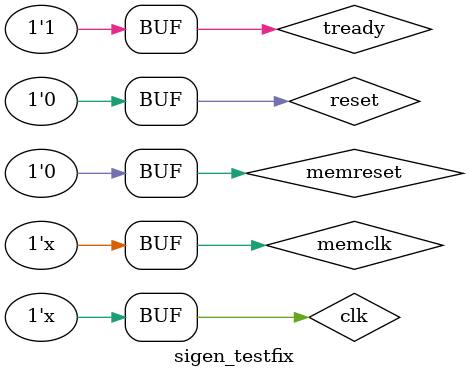
<source format=v>
`timescale 1ns / 1ps


module sigen_testfix;

	// Inputs
	reg clk;
	reg reset;
	reg memclk;
	reg memreset;
	reg tready;

	// Outputs
	wire tvalid;
	wire [255:0] tdata;
	wire [31:0] tstrb;
	wire [127:0] tuser;
	wire tlast;

	// Instantiate the Unit Under Test (UUT)
	test_sigen uut (
		.clk(clk), 
		.reset(reset), 
		.memclk(memclk), 
		.memreset(memreset), 
		.tvalid(tvalid), 
		.tready(tready), 
		.tdata(tdata), 
		.tstrb(tstrb), 
		.tuser(tuser), 
		.tlast(tlast)
	);

	initial begin
		// Initialize Inputs
		clk = 0;
		reset = 1;
		memclk = 0;
		memreset = 1;
		tready = 0;

		// Wait 100 ns for global reset to finish
		#10;
        
		// Add stimulus here
		reset = 0;
		memreset = 0;
		
		#100
		tready = 1;

	end

    always #3.125   begin
        clk = ~clk;         // 160MHz
    end


    always #2 begin
        memclk = ~memclk;   // 250MHz
    end
    
endmodule


</source>
